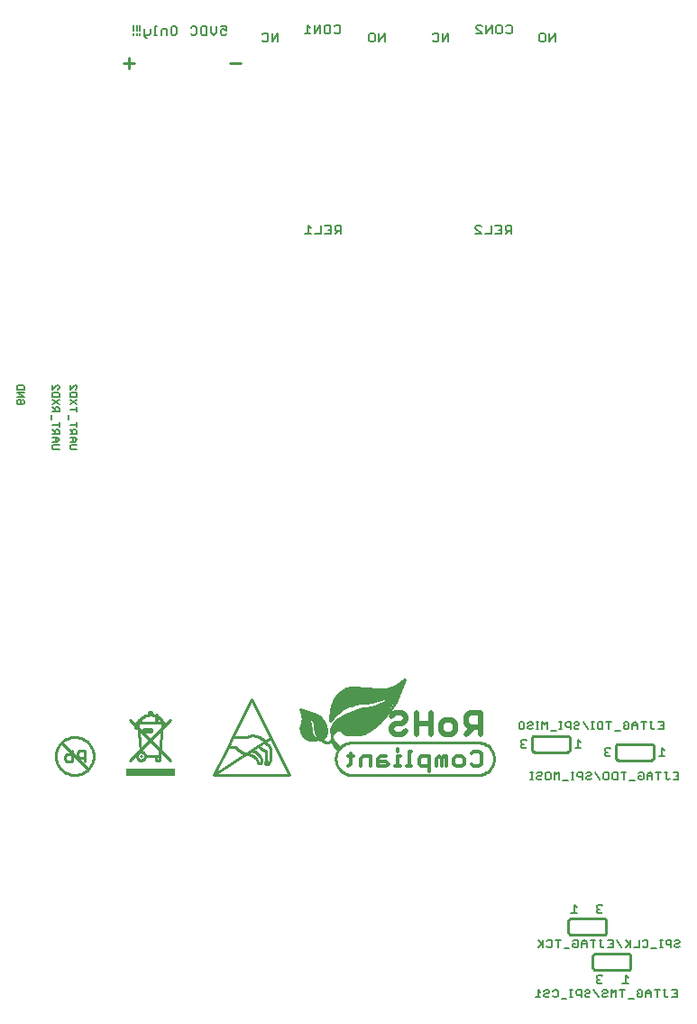
<source format=gbr>
G75*
G70*
%OFA0B0*%
%FSLAX24Y24*%
%IPPOS*%
%LPD*%
%AMOC8*
5,1,8,0,0,1.08239X$1,22.5*
%
%ADD10C,0.0080*%
%ADD11C,0.0050*%
%ADD12C,0.0110*%
%ADD13C,0.0100*%
%ADD14R,0.1800X0.0300*%
%ADD15C,0.0200*%
%ADD16C,0.0140*%
%ADD17C,0.0070*%
D10*
X023149Y015300D02*
X023202Y015247D01*
X023309Y015247D01*
X023362Y015300D01*
X023256Y015407D02*
X023202Y015407D01*
X023149Y015354D01*
X023149Y015300D01*
X023202Y015407D02*
X023149Y015460D01*
X023149Y015514D01*
X023202Y015567D01*
X023309Y015567D01*
X023362Y015514D01*
X025149Y015247D02*
X025362Y015247D01*
X025256Y015247D02*
X025256Y015567D01*
X025362Y015460D01*
X026249Y015214D02*
X026249Y015160D01*
X026302Y015107D01*
X026249Y015054D01*
X026249Y015000D01*
X026302Y014947D01*
X026409Y014947D01*
X026462Y015000D01*
X026356Y015107D02*
X026302Y015107D01*
X026249Y015214D02*
X026302Y015267D01*
X026409Y015267D01*
X026462Y015214D01*
X028249Y014947D02*
X028462Y014947D01*
X028356Y014947D02*
X028356Y015267D01*
X028462Y015160D01*
X026109Y009467D02*
X026002Y009467D01*
X025949Y009414D01*
X025949Y009360D01*
X026002Y009307D01*
X025949Y009254D01*
X025949Y009200D01*
X026002Y009147D01*
X026109Y009147D01*
X026162Y009200D01*
X026056Y009307D02*
X026002Y009307D01*
X026162Y009414D02*
X026109Y009467D01*
X025212Y009360D02*
X025106Y009467D01*
X025106Y009147D01*
X025212Y009147D02*
X024999Y009147D01*
X026002Y006867D02*
X025949Y006814D01*
X025949Y006760D01*
X026002Y006707D01*
X025949Y006654D01*
X025949Y006600D01*
X026002Y006547D01*
X026109Y006547D01*
X026162Y006600D01*
X026056Y006707D02*
X026002Y006707D01*
X026002Y006867D02*
X026109Y006867D01*
X026162Y006814D01*
X026899Y006547D02*
X027112Y006547D01*
X027006Y006547D02*
X027006Y006867D01*
X027112Y006760D01*
X022786Y034247D02*
X022786Y034567D01*
X022626Y034567D01*
X022572Y034514D01*
X022572Y034407D01*
X022626Y034354D01*
X022786Y034354D01*
X022679Y034354D02*
X022572Y034247D01*
X022417Y034247D02*
X022204Y034247D01*
X022049Y034247D02*
X021836Y034247D01*
X021681Y034247D02*
X021467Y034460D01*
X021467Y034514D01*
X021521Y034567D01*
X021627Y034567D01*
X021681Y034514D01*
X021681Y034247D02*
X021467Y034247D01*
X022049Y034247D02*
X022049Y034567D01*
X022204Y034567D02*
X022417Y034567D01*
X022417Y034247D01*
X022417Y034407D02*
X022311Y034407D01*
X023884Y041347D02*
X023831Y041400D01*
X023831Y041614D01*
X023884Y041667D01*
X023991Y041667D01*
X024044Y041614D01*
X024044Y041400D01*
X023991Y041347D01*
X023884Y041347D01*
X024199Y041347D02*
X024199Y041667D01*
X024412Y041667D02*
X024199Y041347D01*
X024412Y041347D02*
X024412Y041667D01*
X022812Y041700D02*
X022759Y041647D01*
X022652Y041647D01*
X022599Y041700D01*
X022444Y041700D02*
X022391Y041647D01*
X022284Y041647D01*
X022231Y041700D01*
X022231Y041914D01*
X022284Y041967D01*
X022391Y041967D01*
X022444Y041914D01*
X022444Y041700D01*
X022599Y041914D02*
X022652Y041967D01*
X022759Y041967D01*
X022812Y041914D01*
X022812Y041700D01*
X022076Y041647D02*
X022076Y041967D01*
X021862Y041647D01*
X021862Y041967D01*
X021708Y041914D02*
X021654Y041967D01*
X021547Y041967D01*
X021494Y041914D01*
X021494Y041860D01*
X021708Y041647D01*
X021494Y041647D01*
X020462Y041667D02*
X020462Y041347D01*
X020249Y041347D02*
X020249Y041667D01*
X020094Y041614D02*
X020094Y041400D01*
X020041Y041347D01*
X019934Y041347D01*
X019881Y041400D01*
X019881Y041614D02*
X019934Y041667D01*
X020041Y041667D01*
X020094Y041614D01*
X020249Y041347D02*
X020462Y041667D01*
X018112Y041667D02*
X018112Y041347D01*
X017899Y041347D02*
X017899Y041667D01*
X017744Y041614D02*
X017744Y041400D01*
X017691Y041347D01*
X017584Y041347D01*
X017531Y041400D01*
X017531Y041614D01*
X017584Y041667D01*
X017691Y041667D01*
X017744Y041614D01*
X017899Y041347D02*
X018112Y041667D01*
X016462Y041700D02*
X016409Y041647D01*
X016302Y041647D01*
X016249Y041700D01*
X016094Y041700D02*
X016041Y041647D01*
X015934Y041647D01*
X015881Y041700D01*
X015881Y041914D01*
X015934Y041967D01*
X016041Y041967D01*
X016094Y041914D01*
X016094Y041700D01*
X016249Y041914D02*
X016302Y041967D01*
X016409Y041967D01*
X016462Y041914D01*
X016462Y041700D01*
X015726Y041647D02*
X015726Y041967D01*
X015512Y041647D01*
X015512Y041967D01*
X015358Y041860D02*
X015251Y041967D01*
X015251Y041647D01*
X015358Y041647D02*
X015144Y041647D01*
X014162Y041667D02*
X013949Y041347D01*
X013949Y041667D01*
X013794Y041614D02*
X013794Y041400D01*
X013741Y041347D01*
X013634Y041347D01*
X013581Y041400D01*
X013581Y041614D02*
X013634Y041667D01*
X013741Y041667D01*
X013794Y041614D01*
X014162Y041667D02*
X014162Y041347D01*
X012262Y041650D02*
X012209Y041597D01*
X012102Y041597D01*
X012049Y041650D01*
X012049Y041757D01*
X012102Y041810D01*
X012156Y041810D01*
X012262Y041757D01*
X012262Y041917D01*
X012049Y041917D01*
X011894Y041917D02*
X011894Y041704D01*
X011787Y041597D01*
X011681Y041704D01*
X011681Y041917D01*
X011526Y041917D02*
X011366Y041917D01*
X011312Y041864D01*
X011312Y041650D01*
X011366Y041597D01*
X011526Y041597D01*
X011526Y041917D01*
X011158Y041864D02*
X011158Y041650D01*
X011104Y041597D01*
X010997Y041597D01*
X010944Y041650D01*
X010944Y041864D02*
X010997Y041917D01*
X011104Y041917D01*
X011158Y041864D01*
X010421Y041864D02*
X010421Y041650D01*
X010368Y041597D01*
X010261Y041597D01*
X010207Y041650D01*
X010207Y041864D01*
X010261Y041917D01*
X010368Y041917D01*
X010421Y041864D01*
X010053Y041810D02*
X009892Y041810D01*
X009839Y041757D01*
X009839Y041597D01*
X009684Y041597D02*
X009578Y041597D01*
X009631Y041597D02*
X009631Y041917D01*
X009684Y041917D01*
X009439Y041810D02*
X009439Y041650D01*
X009385Y041597D01*
X009225Y041597D01*
X009225Y041544D02*
X009225Y041810D01*
X009070Y041757D02*
X009070Y041970D01*
X008948Y041970D02*
X008948Y041757D01*
X008948Y041650D02*
X008948Y041597D01*
X009070Y041597D02*
X009070Y041650D01*
X009225Y041544D02*
X009279Y041490D01*
X009332Y041490D01*
X008825Y041597D02*
X008825Y041650D01*
X008825Y041757D02*
X008825Y041970D01*
X010053Y041810D02*
X010053Y041597D01*
X015274Y034567D02*
X015274Y034247D01*
X015381Y034247D02*
X015167Y034247D01*
X015381Y034460D02*
X015274Y034567D01*
X015536Y034247D02*
X015749Y034247D01*
X015749Y034567D01*
X015904Y034567D02*
X016117Y034567D01*
X016117Y034247D01*
X015904Y034247D01*
X016011Y034407D02*
X016117Y034407D01*
X016272Y034407D02*
X016326Y034354D01*
X016486Y034354D01*
X016379Y034354D02*
X016272Y034247D01*
X016272Y034407D02*
X016272Y034514D01*
X016326Y034567D01*
X016486Y034567D01*
X016486Y034247D01*
D11*
X006728Y028631D02*
X006728Y028547D01*
X006686Y028506D01*
X006686Y028396D02*
X006728Y028354D01*
X006728Y028229D01*
X006477Y028229D01*
X006477Y028354D01*
X006519Y028396D01*
X006686Y028396D01*
X006477Y028506D02*
X006644Y028672D01*
X006686Y028672D01*
X006728Y028631D01*
X006477Y028672D02*
X006477Y028506D01*
X006477Y028120D02*
X006728Y027953D01*
X006728Y027844D02*
X006728Y027677D01*
X006728Y027760D02*
X006477Y027760D01*
X006477Y027953D02*
X006728Y028120D01*
X006436Y027567D02*
X006436Y027401D01*
X006477Y027208D02*
X006728Y027208D01*
X006728Y027291D02*
X006728Y027124D01*
X006686Y027015D02*
X006603Y027015D01*
X006561Y026973D01*
X006561Y026848D01*
X006477Y026848D02*
X006728Y026848D01*
X006728Y026973D01*
X006686Y027015D01*
X006561Y026932D02*
X006477Y027015D01*
X006477Y026739D02*
X006644Y026739D01*
X006728Y026655D01*
X006644Y026572D01*
X006477Y026572D01*
X006519Y026463D02*
X006728Y026463D01*
X006603Y026572D02*
X006603Y026739D01*
X006519Y026463D02*
X006477Y026421D01*
X006477Y026337D01*
X006519Y026296D01*
X006728Y026296D01*
X006078Y026296D02*
X005869Y026296D01*
X005827Y026337D01*
X005827Y026421D01*
X005869Y026463D01*
X006078Y026463D01*
X005994Y026572D02*
X006078Y026655D01*
X005994Y026739D01*
X005827Y026739D01*
X005827Y026848D02*
X006078Y026848D01*
X006078Y026973D01*
X006036Y027015D01*
X005953Y027015D01*
X005911Y026973D01*
X005911Y026848D01*
X005911Y026932D02*
X005827Y027015D01*
X005827Y027208D02*
X006078Y027208D01*
X006078Y027291D02*
X006078Y027124D01*
X005786Y027401D02*
X005786Y027567D01*
X005827Y027677D02*
X006078Y027677D01*
X006078Y027802D01*
X006036Y027844D01*
X005953Y027844D01*
X005911Y027802D01*
X005911Y027677D01*
X005911Y027760D02*
X005827Y027844D01*
X005827Y027953D02*
X006078Y028120D01*
X006078Y028229D02*
X006078Y028354D01*
X006036Y028396D01*
X005869Y028396D01*
X005827Y028354D01*
X005827Y028229D01*
X006078Y028229D01*
X005827Y028120D02*
X006078Y027953D01*
X006036Y028506D02*
X006078Y028547D01*
X006078Y028631D01*
X006036Y028672D01*
X005994Y028672D01*
X005827Y028506D01*
X005827Y028672D01*
X004778Y028631D02*
X004778Y028506D01*
X004527Y028506D01*
X004527Y028631D01*
X004569Y028672D01*
X004736Y028672D01*
X004778Y028631D01*
X004778Y028396D02*
X004527Y028396D01*
X004778Y028229D01*
X004527Y028229D01*
X004569Y028120D02*
X004653Y028120D01*
X004653Y028037D01*
X004736Y028120D02*
X004778Y028078D01*
X004778Y027995D01*
X004736Y027953D01*
X004569Y027953D01*
X004527Y027995D01*
X004527Y028078D01*
X004569Y028120D01*
X005953Y026739D02*
X005953Y026572D01*
X005994Y026572D02*
X005827Y026572D01*
D12*
X008651Y040360D02*
X008651Y040754D01*
X008847Y040557D02*
X008454Y040557D01*
X012404Y040557D02*
X012797Y040557D01*
D13*
X006294Y014819D02*
X006361Y014753D01*
X006561Y014753D01*
X006561Y015153D01*
X006561Y015019D02*
X006361Y015019D01*
X006294Y014953D01*
X006294Y014819D01*
X005952Y014957D02*
X005955Y015021D01*
X005964Y015084D01*
X005978Y015146D01*
X005998Y015206D01*
X006023Y015265D01*
X006054Y015321D01*
X006089Y015374D01*
X006130Y015423D01*
X006174Y015469D01*
X006223Y015510D01*
X006275Y015547D01*
X006330Y015579D01*
X006388Y015605D01*
X006448Y015627D01*
X006510Y015642D01*
X006572Y015652D01*
X006636Y015657D01*
X006700Y015655D01*
X006763Y015648D01*
X006825Y015635D01*
X006886Y015617D01*
X006945Y015593D01*
X007002Y015563D01*
X007056Y015529D01*
X007106Y015490D01*
X007153Y015446D01*
X007195Y015399D01*
X007233Y015348D01*
X007266Y015293D01*
X007294Y015236D01*
X007317Y015176D01*
X007334Y015115D01*
X007345Y015052D01*
X007351Y014989D01*
X007351Y014925D01*
X007345Y014862D01*
X007334Y014799D01*
X007317Y014738D01*
X007294Y014678D01*
X007266Y014621D01*
X007233Y014566D01*
X007195Y014515D01*
X007153Y014468D01*
X007106Y014424D01*
X007056Y014385D01*
X007002Y014351D01*
X006945Y014321D01*
X006886Y014297D01*
X006825Y014279D01*
X006763Y014266D01*
X006700Y014259D01*
X006636Y014257D01*
X006572Y014262D01*
X006510Y014272D01*
X006448Y014287D01*
X006388Y014309D01*
X006330Y014335D01*
X006275Y014367D01*
X006223Y014404D01*
X006174Y014445D01*
X006130Y014491D01*
X006089Y014540D01*
X006054Y014593D01*
X006023Y014649D01*
X005998Y014708D01*
X005978Y014768D01*
X005964Y014830D01*
X005955Y014893D01*
X005952Y014957D01*
X006154Y015455D02*
X007150Y014459D01*
X007022Y014753D02*
X007022Y015153D01*
X006822Y015153D01*
X006755Y015086D01*
X006755Y014953D01*
X006822Y014886D01*
X007022Y014886D01*
X008702Y014807D02*
X010202Y016307D01*
X009952Y016207D02*
X009902Y016207D01*
X009702Y016207D01*
X009702Y016507D01*
X009652Y016507D01*
X009652Y016207D01*
X009002Y016207D01*
X009072Y015117D01*
X008944Y014957D02*
X008946Y014982D01*
X008952Y015007D01*
X008962Y015030D01*
X008976Y015052D01*
X008993Y015071D01*
X009012Y015087D01*
X009034Y015100D01*
X009058Y015109D01*
X009083Y015114D01*
X009108Y015115D01*
X009134Y015112D01*
X009158Y015105D01*
X009181Y015094D01*
X009202Y015079D01*
X009220Y015062D01*
X009236Y015041D01*
X009247Y015019D01*
X009255Y014995D01*
X009259Y014970D01*
X009259Y014944D01*
X009255Y014919D01*
X009247Y014895D01*
X009236Y014873D01*
X009220Y014852D01*
X009202Y014835D01*
X009181Y014820D01*
X009158Y014809D01*
X009134Y014802D01*
X009108Y014799D01*
X009083Y014800D01*
X009058Y014805D01*
X009034Y014814D01*
X009012Y014827D01*
X008993Y014843D01*
X008976Y014862D01*
X008962Y014884D01*
X008952Y014907D01*
X008946Y014932D01*
X008944Y014957D01*
X009092Y014957D02*
X009094Y014963D01*
X009099Y014967D01*
X009105Y014967D01*
X009110Y014963D01*
X009112Y014957D01*
X009110Y014951D01*
X009105Y014947D01*
X009099Y014947D01*
X009094Y014951D01*
X009092Y014957D01*
X009262Y014957D02*
X009652Y014957D01*
X009652Y014807D01*
X009802Y014807D01*
X009802Y014957D01*
X009902Y016207D01*
X009702Y016207D02*
X009652Y016207D01*
X009502Y015957D02*
X009202Y015957D01*
X009202Y015857D01*
X009502Y015857D01*
X009502Y015957D01*
X009902Y016207D02*
X009880Y016246D01*
X009855Y016283D01*
X009827Y016317D01*
X009796Y016349D01*
X009762Y016378D01*
X009726Y016404D01*
X009687Y016426D01*
X009647Y016446D01*
X009605Y016461D01*
X009562Y016473D01*
X009519Y016481D01*
X009474Y016485D01*
X009430Y016485D01*
X009385Y016481D01*
X009342Y016473D01*
X009299Y016461D01*
X009257Y016446D01*
X009217Y016426D01*
X009178Y016404D01*
X009142Y016378D01*
X009108Y016349D01*
X009077Y016317D01*
X009049Y016283D01*
X009024Y016246D01*
X009002Y016207D01*
X008952Y016207D01*
X008902Y016157D01*
X008902Y016007D01*
X009002Y016007D01*
X010202Y014807D01*
X009802Y014957D02*
X009652Y014957D01*
X009002Y016007D02*
X008702Y016307D01*
X009002Y016257D02*
X009004Y016271D01*
X009010Y016284D01*
X009019Y016295D01*
X009031Y016302D01*
X009045Y016306D01*
X009059Y016306D01*
X009073Y016302D01*
X009085Y016295D01*
X009094Y016284D01*
X009100Y016271D01*
X009102Y016257D01*
X009100Y016243D01*
X009094Y016230D01*
X009085Y016219D01*
X009073Y016212D01*
X009059Y016208D01*
X009045Y016208D01*
X009031Y016212D01*
X009019Y016219D01*
X009010Y016230D01*
X009004Y016243D01*
X009002Y016257D01*
X009402Y016507D02*
X009402Y016607D01*
X009502Y016607D01*
X009502Y016507D01*
X009402Y016507D01*
X012327Y015307D02*
X011802Y014257D01*
X013902Y015632D01*
X013678Y015482D02*
X013698Y015452D01*
X013720Y015425D01*
X013746Y015399D01*
X013773Y015377D01*
X013803Y015357D01*
X013821Y015346D01*
X013838Y015331D01*
X013852Y015314D01*
X013863Y015295D01*
X013871Y015275D01*
X013876Y015254D01*
X013878Y015232D01*
X013877Y015232D02*
X013877Y014807D01*
X013752Y014757D02*
X013727Y014757D01*
X013727Y015157D01*
X013877Y014807D02*
X013875Y014784D01*
X013870Y014761D01*
X013861Y014739D01*
X013848Y014719D01*
X013833Y014701D01*
X013815Y014686D01*
X013795Y014673D01*
X013773Y014664D01*
X013750Y014659D01*
X013727Y014657D01*
X013717Y014659D01*
X013709Y014664D01*
X013704Y014672D01*
X013702Y014682D01*
X013702Y014732D01*
X013704Y014742D01*
X013709Y014750D01*
X013717Y014755D01*
X013727Y014757D01*
X013752Y014757D02*
X013765Y014755D01*
X013777Y014750D01*
X013787Y014742D01*
X013795Y014732D01*
X013800Y014720D01*
X013802Y014707D01*
X013502Y014682D02*
X013442Y014682D01*
X013502Y014682D02*
X013519Y014690D01*
X013533Y014701D01*
X013544Y014715D01*
X013552Y014732D01*
X013552Y014731D02*
X013560Y014751D01*
X013565Y014772D01*
X013567Y014794D01*
X013565Y014816D01*
X013560Y014837D01*
X013552Y014857D01*
X013677Y015482D02*
X013650Y015517D01*
X013621Y015550D01*
X013589Y015580D01*
X013555Y015608D01*
X013519Y015633D01*
X013480Y015655D01*
X013440Y015673D01*
X013399Y015689D01*
X013356Y015700D01*
X013313Y015708D01*
X013269Y015713D01*
X013225Y015714D01*
X013181Y015711D01*
X013137Y015705D01*
X013094Y015695D01*
X013052Y015681D01*
X012967Y015657D02*
X012502Y015657D01*
X013202Y017057D01*
X014602Y014257D01*
X011802Y014257D01*
X012452Y015307D02*
X012480Y015308D01*
X012507Y015306D01*
X012534Y015301D01*
X012561Y015293D01*
X012586Y015282D01*
X012610Y015268D01*
X012632Y015251D01*
X012652Y015232D01*
X012452Y015307D02*
X012327Y015307D01*
X012502Y015657D01*
X012968Y015657D02*
X012986Y015656D01*
X013004Y015658D01*
X013021Y015664D01*
X013038Y015671D01*
X013053Y015682D01*
X012653Y015232D02*
X012681Y015201D01*
X012712Y015173D01*
X012745Y015147D01*
X012780Y015124D01*
X012817Y015104D01*
X012856Y015087D01*
X012895Y015074D01*
X012936Y015064D01*
X012978Y015057D01*
X013202Y014982D02*
X013236Y014968D01*
X013268Y014951D01*
X013297Y014930D01*
X013325Y014906D01*
X013349Y014880D01*
X013371Y014851D01*
X013389Y014820D01*
X013404Y014787D01*
X013416Y014753D01*
X013424Y014718D01*
X013427Y014682D01*
X013553Y014857D02*
X013532Y014897D01*
X013508Y014936D01*
X013481Y014972D01*
X013451Y015006D01*
X013418Y015037D01*
X013382Y015065D01*
X013345Y015090D01*
X013305Y015112D01*
X013264Y015131D01*
X013221Y015146D01*
X013177Y015157D01*
X013453Y015332D02*
X013475Y015302D01*
X013500Y015274D01*
X013527Y015249D01*
X013556Y015226D01*
X013588Y015206D01*
X013621Y015189D01*
X013655Y015175D01*
X013691Y015165D01*
X013728Y015157D01*
X015371Y016010D02*
X015367Y016062D01*
X015359Y016114D01*
X015347Y016165D01*
X015332Y016215D01*
X015312Y016264D01*
X015289Y016311D01*
X015262Y016356D01*
X015232Y016399D01*
X015202Y016457D02*
X015202Y016257D01*
X015152Y016257D02*
X015152Y016457D01*
X015202Y016457D01*
X015552Y016457D01*
X015568Y016486D02*
X015402Y016557D01*
X015002Y016707D01*
X015055Y016495D01*
X015102Y016507D02*
X015402Y016507D01*
X015402Y016407D02*
X015602Y016407D01*
X015702Y016357D02*
X015452Y016357D01*
X015452Y016307D02*
X015752Y016307D01*
X015802Y016257D02*
X015502Y016257D01*
X015502Y016207D02*
X015852Y016207D01*
X015873Y016195D02*
X015852Y016232D01*
X015852Y016157D02*
X015552Y016157D01*
X015552Y016107D02*
X015852Y016107D01*
X015902Y016057D02*
X015552Y016057D01*
X015532Y016031D02*
X015532Y016027D01*
X015552Y016007D02*
X015902Y016007D01*
X015902Y015957D02*
X015852Y015957D01*
X015852Y015907D01*
X015602Y015907D01*
X015602Y015857D02*
X015902Y015857D01*
X015902Y015957D01*
X015580Y015560D02*
X015547Y015586D01*
X015516Y015614D01*
X015488Y015645D01*
X015462Y015679D01*
X015440Y015715D01*
X015420Y015752D01*
X015404Y015791D01*
X015392Y015831D01*
X015383Y015872D01*
X015382Y015873D02*
X015372Y016026D01*
X015352Y016007D02*
X015052Y016007D01*
X015052Y016057D02*
X015352Y016057D01*
X015352Y016107D02*
X015052Y016107D01*
X015102Y016157D02*
X015352Y016157D01*
X015302Y016207D02*
X015102Y016207D01*
X015102Y016257D02*
X015302Y016257D01*
X015152Y016457D02*
X015102Y016457D01*
X015052Y016557D02*
X015302Y016557D01*
X015252Y016607D02*
X015052Y016607D01*
X015333Y016437D02*
X015366Y016405D01*
X015397Y016370D01*
X015426Y016333D01*
X015451Y016294D01*
X015473Y016253D01*
X015492Y016211D01*
X015507Y016167D01*
X015519Y016122D01*
X015528Y016077D01*
X015533Y016030D01*
X015552Y015957D02*
X015752Y015607D01*
X015694Y015595D02*
X015683Y015606D01*
X015652Y015707D02*
X015852Y015707D01*
X015852Y015657D01*
X015852Y015707D02*
X015852Y015757D01*
X015602Y015757D01*
X015602Y015807D02*
X015902Y015807D01*
X015902Y015848D02*
X015902Y015857D01*
X015852Y015907D02*
X015852Y015757D01*
X015802Y015557D02*
X015776Y015559D01*
X015750Y015565D01*
X015725Y015575D01*
X015703Y015589D01*
X015683Y015606D01*
X015582Y015557D02*
X015442Y015557D01*
X015502Y015607D02*
X015302Y015607D01*
X015202Y015657D02*
X015452Y015657D01*
X015402Y015707D02*
X015152Y015707D01*
X015126Y015683D02*
X015135Y015674D01*
X015102Y015757D02*
X015402Y015757D01*
X015382Y015807D02*
X015052Y015807D01*
X015052Y015857D02*
X015352Y015857D01*
X015952Y015898D02*
X015950Y015942D01*
X015945Y015987D01*
X015937Y016030D01*
X015926Y016073D01*
X015911Y016115D01*
X015894Y016156D01*
X015873Y016196D01*
X016102Y016257D02*
X016104Y016258D01*
X016103Y016257D02*
X016103Y016407D01*
X016266Y016200D02*
X016199Y016126D01*
X015532Y016027D02*
X015533Y015980D01*
X015537Y015932D01*
X015544Y015886D01*
X015555Y015840D01*
X015570Y015795D01*
X015588Y015751D01*
X015610Y015709D01*
X015635Y015669D01*
X015663Y015631D01*
X015694Y015595D01*
X015797Y015557D02*
X015802Y015557D01*
X015919Y015723D01*
X015970Y015457D02*
X015996Y015459D01*
X016022Y015464D01*
X016047Y015472D01*
X016070Y015484D01*
X016092Y015498D01*
X016111Y015516D01*
X016111Y015515D02*
X016152Y015557D01*
X016202Y015507D02*
X016402Y015207D01*
X016402Y015257D02*
X016329Y015330D01*
X016259Y015451D02*
X016452Y015257D01*
X016259Y015451D02*
X016235Y015477D01*
X016214Y015506D01*
X016196Y015536D01*
X016181Y015568D01*
X016169Y015602D01*
X016160Y015636D01*
X016155Y015672D01*
X016153Y015707D01*
X016152Y015707D02*
X016152Y015690D01*
X016152Y015757D02*
X016143Y015775D01*
X016152Y015757D02*
X016261Y015865D01*
X016152Y015757D02*
X016138Y015790D01*
X016127Y015824D01*
X016120Y015859D01*
X016117Y015895D01*
X016118Y015931D01*
X016122Y015967D01*
X016131Y016001D01*
X016142Y016035D01*
X016158Y016068D01*
X016177Y016098D01*
X016199Y016126D01*
X015852Y015957D02*
X015802Y015957D01*
X015652Y015957D01*
X015652Y015757D01*
X015802Y015607D02*
X015825Y015632D01*
X015845Y015659D01*
X015862Y015687D01*
X015876Y015718D01*
X015887Y015749D01*
X015895Y015781D01*
X015900Y015815D01*
X015902Y015848D01*
X015802Y015957D02*
X015802Y015707D01*
X015802Y015557D02*
X015855Y015504D01*
X015871Y015490D01*
X015889Y015479D01*
X015908Y015469D01*
X015928Y015463D01*
X015949Y015458D01*
X015970Y015457D01*
X016261Y015865D02*
X016280Y015883D01*
X016302Y015897D01*
X016325Y015909D01*
X016350Y015917D01*
X016376Y015922D01*
X016402Y015924D01*
X016428Y015922D01*
X016454Y015917D01*
X016479Y015909D01*
X016502Y015897D01*
X016524Y015883D01*
X016543Y015865D01*
X016544Y015865D02*
X016565Y015845D01*
X016152Y015757D02*
X016154Y015710D01*
X016159Y015663D01*
X016169Y015616D01*
X016182Y015570D01*
X016198Y015526D01*
X016218Y015483D01*
X016241Y015441D01*
X016267Y015402D01*
X016297Y015365D01*
X016329Y015330D01*
X016777Y015757D02*
X016980Y015757D01*
X016152Y015690D02*
X016154Y015641D01*
X016159Y015593D01*
X016168Y015545D01*
X016180Y015498D01*
X016195Y015451D01*
X016214Y015406D01*
X016236Y015363D01*
X016260Y015321D01*
X016288Y015281D01*
X016319Y015243D01*
X016352Y015207D01*
X016902Y015457D02*
X021552Y015457D01*
X022152Y014857D02*
X022150Y014810D01*
X022145Y014763D01*
X022135Y014717D01*
X022123Y014672D01*
X022106Y014627D01*
X022087Y014585D01*
X022064Y014544D01*
X022037Y014504D01*
X022008Y014467D01*
X021976Y014433D01*
X021942Y014401D01*
X021905Y014372D01*
X021865Y014345D01*
X021824Y014322D01*
X021782Y014303D01*
X021737Y014286D01*
X021692Y014274D01*
X021646Y014264D01*
X021599Y014259D01*
X021552Y014257D01*
X016902Y014257D01*
X016855Y014259D01*
X016808Y014264D01*
X016762Y014274D01*
X016717Y014286D01*
X016672Y014303D01*
X016630Y014322D01*
X016589Y014345D01*
X016549Y014372D01*
X016512Y014401D01*
X016478Y014433D01*
X016446Y014467D01*
X016417Y014504D01*
X016390Y014544D01*
X016367Y014585D01*
X016348Y014627D01*
X016331Y014672D01*
X016319Y014717D01*
X016309Y014763D01*
X016304Y014810D01*
X016302Y014857D01*
X016304Y014904D01*
X016309Y014951D01*
X016319Y014997D01*
X016331Y015042D01*
X016348Y015087D01*
X016367Y015129D01*
X016390Y015170D01*
X016417Y015210D01*
X016446Y015247D01*
X016478Y015281D01*
X016512Y015313D01*
X016549Y015342D01*
X016589Y015369D01*
X016630Y015392D01*
X016672Y015411D01*
X016717Y015428D01*
X016762Y015440D01*
X016808Y015450D01*
X016855Y015455D01*
X016902Y015457D01*
X016523Y016681D02*
X016590Y016720D01*
X016658Y016755D01*
X016728Y016786D01*
X016800Y016815D01*
X016873Y016840D01*
X016947Y016861D01*
X017022Y016879D01*
X017022Y016880D02*
X017226Y016909D01*
X017272Y016700D02*
X017394Y016724D01*
X016126Y016675D02*
X016114Y016609D01*
X016107Y016542D01*
X016103Y016475D01*
X016102Y016407D01*
X016126Y016675D02*
X016184Y016910D01*
X016520Y016680D02*
X016523Y016682D01*
X016184Y016910D02*
X016206Y016965D01*
X016231Y017019D01*
X016259Y017070D01*
X016291Y017120D01*
X016326Y017168D01*
X016365Y017213D01*
X016406Y017255D01*
X016450Y017295D01*
X016496Y017332D01*
X016545Y017365D01*
X016596Y017396D01*
X016648Y017423D01*
X016703Y017446D01*
X016759Y017465D01*
X016816Y017481D01*
X016873Y017494D01*
X016932Y017502D01*
X016991Y017506D01*
X016991Y017507D02*
X017837Y017430D01*
X017756Y016995D02*
X018302Y017157D01*
X018192Y017020D01*
X018511Y016975D02*
X018852Y017807D01*
X018513Y017564D01*
X018702Y017607D02*
X018302Y017357D01*
X018512Y017563D02*
X018462Y017532D01*
X018410Y017504D01*
X018357Y017480D01*
X018301Y017459D01*
X018245Y017442D01*
X018188Y017429D01*
X018130Y017420D01*
X018071Y017414D01*
X018012Y017412D01*
X017953Y017414D01*
X017895Y017420D01*
X017836Y017429D01*
X017716Y016021D02*
X017669Y015981D01*
X017620Y015944D01*
X017569Y015910D01*
X017515Y015879D01*
X017460Y015851D01*
X017403Y015827D01*
X017345Y015806D01*
X017286Y015789D01*
X017226Y015775D01*
X017165Y015765D01*
X017103Y015759D01*
X017042Y015756D01*
X016980Y015757D01*
X016777Y015757D02*
X016743Y015759D01*
X016710Y015765D01*
X016678Y015774D01*
X016647Y015787D01*
X016617Y015803D01*
X016590Y015822D01*
X016565Y015845D01*
X015652Y015957D02*
X015552Y015957D01*
X015953Y015897D02*
X015952Y015861D01*
X015948Y015826D01*
X015941Y015790D01*
X015931Y015756D01*
X015919Y015722D01*
X015442Y015557D02*
X015416Y015558D01*
X015389Y015561D01*
X015363Y015567D01*
X015352Y015907D02*
X015052Y015907D01*
X015052Y015957D02*
X015352Y015957D01*
X015852Y016233D02*
X015826Y016274D01*
X015797Y016313D01*
X015765Y016349D01*
X015730Y016383D01*
X015693Y016414D01*
X015653Y016441D01*
X015611Y016466D01*
X015567Y016486D01*
X015135Y015674D02*
X015168Y015647D01*
X015204Y015624D01*
X015242Y015604D01*
X015281Y015588D01*
X015322Y015575D01*
X015364Y015566D01*
X015002Y015982D02*
X015004Y016019D01*
X015009Y016056D01*
X015018Y016092D01*
X015030Y016127D01*
X015002Y015982D02*
X015004Y015945D01*
X015008Y015909D01*
X015016Y015873D01*
X015027Y015838D01*
X015042Y015804D01*
X015059Y015771D01*
X015078Y015740D01*
X015101Y015711D01*
X015126Y015684D01*
X015030Y016127D02*
X015046Y016171D01*
X015058Y016217D01*
X015067Y016263D01*
X015072Y016309D01*
X015073Y016356D01*
X015071Y016403D01*
X015065Y016450D01*
X015055Y016495D01*
X017730Y016035D02*
X017821Y016117D01*
X017910Y016202D01*
X017996Y016290D01*
X018078Y016380D01*
X018158Y016473D01*
X018235Y016569D01*
X018309Y016667D01*
X018380Y016767D01*
X018447Y016870D01*
X018511Y016975D01*
X017730Y016035D02*
X017716Y016020D01*
X016520Y016680D02*
X016452Y016629D01*
X016387Y016574D01*
X016325Y016516D01*
X016265Y016455D01*
X016209Y016392D01*
X016155Y016326D01*
X016104Y016258D01*
X016265Y016200D02*
X016332Y016257D01*
X016401Y016311D01*
X016472Y016362D01*
X016545Y016410D01*
X016620Y016455D01*
X016697Y016497D01*
X016775Y016536D01*
X016855Y016571D01*
X016936Y016604D01*
X017018Y016633D01*
X017102Y016659D01*
X017186Y016682D01*
X017272Y016701D01*
X017394Y016724D02*
X017479Y016737D01*
X017563Y016754D01*
X017647Y016774D01*
X017729Y016798D01*
X017810Y016826D01*
X017890Y016858D01*
X017969Y016893D01*
X018045Y016932D01*
X018120Y016974D01*
X018193Y017020D01*
X017757Y016995D02*
X017670Y016973D01*
X017582Y016955D01*
X017494Y016939D01*
X017405Y016926D01*
X017316Y016916D01*
X017227Y016909D01*
X021552Y015457D02*
X021599Y015455D01*
X021646Y015450D01*
X021692Y015440D01*
X021737Y015428D01*
X021782Y015411D01*
X021824Y015392D01*
X021865Y015369D01*
X021905Y015342D01*
X021942Y015313D01*
X021976Y015281D01*
X022008Y015247D01*
X022037Y015210D01*
X022064Y015170D01*
X022087Y015129D01*
X022106Y015087D01*
X022123Y015042D01*
X022135Y014997D01*
X022145Y014951D01*
X022150Y014904D01*
X022152Y014857D01*
X023552Y015207D02*
X023552Y015607D01*
X023554Y015627D01*
X023560Y015645D01*
X023569Y015663D01*
X023581Y015678D01*
X023596Y015690D01*
X023614Y015699D01*
X023632Y015705D01*
X023652Y015707D01*
X024852Y015707D01*
X024872Y015705D01*
X024890Y015699D01*
X024908Y015690D01*
X024923Y015678D01*
X024935Y015663D01*
X024944Y015645D01*
X024950Y015627D01*
X024952Y015607D01*
X024952Y015207D01*
X024950Y015187D01*
X024944Y015169D01*
X024935Y015151D01*
X024923Y015136D01*
X024908Y015124D01*
X024890Y015115D01*
X024872Y015109D01*
X024852Y015107D01*
X023652Y015107D01*
X023632Y015109D01*
X023614Y015115D01*
X023596Y015124D01*
X023581Y015136D01*
X023569Y015151D01*
X023560Y015169D01*
X023554Y015187D01*
X023552Y015207D01*
X026652Y015307D02*
X026652Y014907D01*
X026654Y014887D01*
X026660Y014869D01*
X026669Y014851D01*
X026681Y014836D01*
X026696Y014824D01*
X026714Y014815D01*
X026732Y014809D01*
X026752Y014807D01*
X027952Y014807D01*
X027972Y014809D01*
X027990Y014815D01*
X028008Y014824D01*
X028023Y014836D01*
X028035Y014851D01*
X028044Y014869D01*
X028050Y014887D01*
X028052Y014907D01*
X028052Y015307D01*
X028050Y015327D01*
X028044Y015345D01*
X028035Y015363D01*
X028023Y015378D01*
X028008Y015390D01*
X027990Y015399D01*
X027972Y015405D01*
X027952Y015407D01*
X026752Y015407D01*
X026732Y015405D01*
X026714Y015399D01*
X026696Y015390D01*
X026681Y015378D01*
X026669Y015363D01*
X026660Y015345D01*
X026654Y015327D01*
X026652Y015307D01*
X026202Y008957D02*
X025002Y008957D01*
X024982Y008955D01*
X024964Y008949D01*
X024946Y008940D01*
X024931Y008928D01*
X024919Y008913D01*
X024910Y008895D01*
X024904Y008877D01*
X024902Y008857D01*
X024902Y008457D01*
X024904Y008437D01*
X024910Y008419D01*
X024919Y008401D01*
X024931Y008386D01*
X024946Y008374D01*
X024964Y008365D01*
X024982Y008359D01*
X025002Y008357D01*
X026202Y008357D01*
X026222Y008359D01*
X026240Y008365D01*
X026258Y008374D01*
X026273Y008386D01*
X026285Y008401D01*
X026294Y008419D01*
X026300Y008437D01*
X026302Y008457D01*
X026302Y008857D01*
X026300Y008877D01*
X026294Y008895D01*
X026285Y008913D01*
X026273Y008928D01*
X026258Y008940D01*
X026240Y008949D01*
X026222Y008955D01*
X026202Y008957D01*
X025902Y007657D02*
X027102Y007657D01*
X027122Y007655D01*
X027140Y007649D01*
X027158Y007640D01*
X027173Y007628D01*
X027185Y007613D01*
X027194Y007595D01*
X027200Y007577D01*
X027202Y007557D01*
X027202Y007157D01*
X027200Y007137D01*
X027194Y007119D01*
X027185Y007101D01*
X027173Y007086D01*
X027158Y007074D01*
X027140Y007065D01*
X027122Y007059D01*
X027102Y007057D01*
X025902Y007057D01*
X025882Y007059D01*
X025864Y007065D01*
X025846Y007074D01*
X025831Y007086D01*
X025819Y007101D01*
X025810Y007119D01*
X025804Y007137D01*
X025802Y007157D01*
X025802Y007557D01*
X025804Y007577D01*
X025810Y007595D01*
X025819Y007613D01*
X025831Y007628D01*
X025846Y007640D01*
X025864Y007649D01*
X025882Y007655D01*
X025902Y007657D01*
X013202Y014982D02*
X013144Y015001D01*
X013086Y015017D01*
X013027Y015032D01*
D14*
X009452Y014357D03*
D15*
X016202Y015907D02*
X016302Y016107D01*
X016502Y016307D01*
X016772Y016467D01*
X017322Y016657D01*
X017562Y016657D01*
X017852Y016757D01*
X018152Y016907D01*
X018252Y016807D02*
X018102Y016607D01*
X018002Y016457D01*
X017652Y016107D01*
X017452Y015957D01*
X017102Y015857D01*
X016752Y015857D01*
X016452Y016057D01*
X016302Y016007D01*
X016202Y015907D01*
X016602Y016057D02*
X016702Y016057D01*
X016852Y016007D01*
X017102Y016007D01*
X017252Y016057D01*
X017452Y016107D01*
X017702Y016307D01*
X017752Y016357D01*
X017702Y016407D01*
X017502Y016407D01*
X017102Y016307D01*
X017002Y016307D01*
X016802Y016207D01*
X016802Y016157D01*
X016852Y016107D01*
X017002Y016157D01*
X017502Y016257D01*
X017252Y016507D02*
X017702Y016557D01*
X017752Y016557D01*
X017802Y016507D01*
X018102Y016757D01*
X018302Y016857D02*
X018302Y017007D01*
X018452Y017357D01*
X018502Y017257D02*
X018452Y017057D01*
X018302Y016857D01*
X018490Y016558D02*
X018356Y016424D01*
X018490Y016558D02*
X018757Y016558D01*
X018890Y016424D01*
X018890Y016291D01*
X018757Y016157D01*
X018490Y016157D01*
X018356Y016024D01*
X018356Y015890D01*
X018490Y015757D01*
X018757Y015757D01*
X018890Y015890D01*
X019277Y015757D02*
X019277Y016558D01*
X019277Y016157D02*
X019811Y016157D01*
X020198Y016157D02*
X020331Y016291D01*
X020598Y016291D01*
X020732Y016157D01*
X020732Y015890D01*
X020598Y015757D01*
X020331Y015757D01*
X020198Y015890D01*
X020198Y016157D01*
X019811Y015757D02*
X019811Y016558D01*
X021119Y016424D02*
X021119Y016157D01*
X021252Y016024D01*
X021652Y016024D01*
X021386Y016024D02*
X021119Y015757D01*
X021119Y016424D02*
X021252Y016558D01*
X021652Y016558D01*
X021652Y015757D01*
X018502Y017187D02*
X016552Y017157D01*
X016552Y017057D01*
X016402Y016857D01*
X016252Y016857D02*
X016202Y016457D01*
X016402Y016707D01*
X016652Y016857D01*
X016552Y017057D01*
X016502Y017007D02*
X017152Y017007D01*
X017202Y017007D01*
X017652Y017057D01*
X018152Y017207D01*
X018352Y017257D01*
X016552Y017257D01*
X016552Y017157D01*
X016552Y017257D02*
X016352Y017057D01*
X016252Y016857D01*
X016702Y016857D02*
X016952Y017007D01*
X017152Y017007D01*
X017452Y017407D02*
X016802Y017407D01*
X016552Y017257D01*
X016852Y016407D02*
X016602Y016207D01*
X016552Y016157D01*
X016602Y016057D01*
X016852Y016407D02*
X017252Y016507D01*
X017452Y017407D02*
X017852Y017357D01*
X018302Y017357D01*
X018502Y017257D02*
X018702Y017607D01*
D16*
X018581Y015231D02*
X018581Y015137D01*
X018581Y014950D02*
X018581Y014577D01*
X018488Y014577D02*
X018675Y014577D01*
X018918Y014577D02*
X019104Y014577D01*
X019011Y014577D02*
X019011Y015137D01*
X019104Y015137D01*
X019375Y014857D02*
X019375Y014670D01*
X019469Y014577D01*
X019749Y014577D01*
X019749Y014390D02*
X019749Y014950D01*
X019469Y014950D01*
X019375Y014857D01*
X020020Y014857D02*
X020020Y014577D01*
X020207Y014577D02*
X020207Y014857D01*
X020113Y014950D01*
X020020Y014857D01*
X020207Y014857D02*
X020300Y014950D01*
X020393Y014950D01*
X020393Y014577D01*
X020664Y014670D02*
X020664Y014857D01*
X020758Y014950D01*
X020945Y014950D01*
X021038Y014857D01*
X021038Y014670D01*
X020945Y014577D01*
X020758Y014577D01*
X020664Y014670D01*
X021309Y014670D02*
X021402Y014577D01*
X021589Y014577D01*
X021682Y014670D01*
X021682Y015044D01*
X021589Y015137D01*
X021402Y015137D01*
X021309Y015044D01*
X018675Y014950D02*
X018581Y014950D01*
X018152Y014950D02*
X017965Y014950D01*
X017871Y014857D01*
X017871Y014577D01*
X018152Y014577D01*
X018245Y014670D01*
X018152Y014764D01*
X017871Y014764D01*
X017600Y014950D02*
X017320Y014950D01*
X017227Y014857D01*
X017227Y014577D01*
X017600Y014577D02*
X017600Y014950D01*
X016956Y014950D02*
X016769Y014950D01*
X016863Y015044D02*
X016863Y014670D01*
X016769Y014577D01*
D17*
X023075Y015989D02*
X023075Y016175D01*
X023121Y016222D01*
X023215Y016222D01*
X023261Y016175D01*
X023261Y015989D01*
X023215Y015942D01*
X023121Y015942D01*
X023075Y015989D01*
X023397Y015989D02*
X023444Y015942D01*
X023537Y015942D01*
X023584Y015989D01*
X023537Y016082D02*
X023444Y016082D01*
X023397Y016035D01*
X023397Y015989D01*
X023537Y016082D02*
X023584Y016129D01*
X023584Y016175D01*
X023537Y016222D01*
X023444Y016222D01*
X023397Y016175D01*
X023705Y016222D02*
X023799Y016222D01*
X023752Y016222D02*
X023752Y015942D01*
X023799Y015942D02*
X023705Y015942D01*
X023934Y015942D02*
X023934Y016222D01*
X024027Y016129D01*
X024121Y016222D01*
X024121Y015942D01*
X024256Y015895D02*
X024443Y015895D01*
X024565Y015942D02*
X024658Y015942D01*
X024611Y015942D02*
X024611Y016222D01*
X024565Y016222D02*
X024658Y016222D01*
X024793Y016175D02*
X024793Y016082D01*
X024840Y016035D01*
X024980Y016035D01*
X024980Y015942D02*
X024980Y016222D01*
X024840Y016222D01*
X024793Y016175D01*
X025116Y016175D02*
X025162Y016222D01*
X025256Y016222D01*
X025302Y016175D01*
X025302Y016129D01*
X025256Y016082D01*
X025162Y016082D01*
X025116Y016035D01*
X025116Y015989D01*
X025162Y015942D01*
X025256Y015942D01*
X025302Y015989D01*
X025438Y016222D02*
X025625Y015942D01*
X025746Y015942D02*
X025839Y015942D01*
X025793Y015942D02*
X025793Y016222D01*
X025839Y016222D02*
X025746Y016222D01*
X025975Y016175D02*
X025975Y015989D01*
X026022Y015942D01*
X026162Y015942D01*
X026162Y016222D01*
X026022Y016222D01*
X025975Y016175D01*
X026297Y016222D02*
X026484Y016222D01*
X026391Y016222D02*
X026391Y015942D01*
X026619Y015895D02*
X026806Y015895D01*
X026942Y015989D02*
X026942Y016082D01*
X027035Y016082D01*
X026942Y016175D02*
X026988Y016222D01*
X027082Y016222D01*
X027128Y016175D01*
X027128Y015989D01*
X027082Y015942D01*
X026988Y015942D01*
X026942Y015989D01*
X027264Y015942D02*
X027264Y016129D01*
X027357Y016222D01*
X027451Y016129D01*
X027451Y015942D01*
X027451Y016082D02*
X027264Y016082D01*
X027586Y016222D02*
X027773Y016222D01*
X027680Y016222D02*
X027680Y015942D01*
X027955Y015989D02*
X027955Y016222D01*
X028002Y016222D02*
X027908Y016222D01*
X027955Y015989D02*
X028002Y015942D01*
X028049Y015942D01*
X028095Y015989D01*
X028231Y015942D02*
X028417Y015942D01*
X028417Y016222D01*
X028231Y016222D01*
X028324Y016082D02*
X028417Y016082D01*
X028458Y014372D02*
X028552Y014372D01*
X028505Y014372D02*
X028505Y014139D01*
X028552Y014092D01*
X028599Y014092D01*
X028645Y014139D01*
X028781Y014092D02*
X028967Y014092D01*
X028967Y014372D01*
X028781Y014372D01*
X028874Y014232D02*
X028967Y014232D01*
X028323Y014372D02*
X028136Y014372D01*
X028230Y014372D02*
X028230Y014092D01*
X028001Y014092D02*
X028001Y014279D01*
X027907Y014372D01*
X027814Y014279D01*
X027814Y014092D01*
X027814Y014232D02*
X028001Y014232D01*
X027678Y014325D02*
X027678Y014139D01*
X027632Y014092D01*
X027538Y014092D01*
X027492Y014139D01*
X027492Y014232D01*
X027585Y014232D01*
X027492Y014325D02*
X027538Y014372D01*
X027632Y014372D01*
X027678Y014325D01*
X027356Y014045D02*
X027169Y014045D01*
X026941Y014092D02*
X026941Y014372D01*
X027034Y014372D02*
X026847Y014372D01*
X026712Y014372D02*
X026712Y014092D01*
X026572Y014092D01*
X026525Y014139D01*
X026525Y014325D01*
X026572Y014372D01*
X026712Y014372D01*
X026389Y014325D02*
X026389Y014139D01*
X026343Y014092D01*
X026249Y014092D01*
X026203Y014139D01*
X026203Y014325D01*
X026249Y014372D01*
X026343Y014372D01*
X026389Y014325D01*
X026067Y014092D02*
X025880Y014372D01*
X025745Y014325D02*
X025745Y014279D01*
X025698Y014232D01*
X025605Y014232D01*
X025558Y014185D01*
X025558Y014139D01*
X025605Y014092D01*
X025698Y014092D01*
X025745Y014139D01*
X025745Y014325D02*
X025698Y014372D01*
X025605Y014372D01*
X025558Y014325D01*
X025423Y014372D02*
X025423Y014092D01*
X025423Y014185D02*
X025283Y014185D01*
X025236Y014232D01*
X025236Y014325D01*
X025283Y014372D01*
X025423Y014372D01*
X025101Y014372D02*
X025007Y014372D01*
X025054Y014372D02*
X025054Y014092D01*
X025101Y014092D02*
X025007Y014092D01*
X024886Y014045D02*
X024699Y014045D01*
X024563Y014092D02*
X024563Y014372D01*
X024470Y014279D01*
X024377Y014372D01*
X024377Y014092D01*
X024241Y014139D02*
X024194Y014092D01*
X024101Y014092D01*
X024054Y014139D01*
X024054Y014325D01*
X024101Y014372D01*
X024194Y014372D01*
X024241Y014325D01*
X024241Y014139D01*
X023919Y014139D02*
X023872Y014092D01*
X023779Y014092D01*
X023732Y014139D01*
X023732Y014185D01*
X023779Y014232D01*
X023872Y014232D01*
X023919Y014279D01*
X023919Y014325D01*
X023872Y014372D01*
X023779Y014372D01*
X023732Y014325D01*
X023597Y014372D02*
X023503Y014372D01*
X023550Y014372D02*
X023550Y014092D01*
X023597Y014092D02*
X023503Y014092D01*
X023782Y008172D02*
X023969Y007985D01*
X023922Y008032D02*
X023782Y007892D01*
X023969Y007892D02*
X023969Y008172D01*
X024104Y008125D02*
X024151Y008172D01*
X024244Y008172D01*
X024291Y008125D01*
X024291Y007939D01*
X024244Y007892D01*
X024151Y007892D01*
X024104Y007939D01*
X024427Y008172D02*
X024613Y008172D01*
X024520Y008172D02*
X024520Y007892D01*
X024749Y007845D02*
X024936Y007845D01*
X025071Y007939D02*
X025071Y008032D01*
X025165Y008032D01*
X025258Y008125D02*
X025258Y007939D01*
X025211Y007892D01*
X025118Y007892D01*
X025071Y007939D01*
X025071Y008125D02*
X025118Y008172D01*
X025211Y008172D01*
X025258Y008125D01*
X025393Y008079D02*
X025393Y007892D01*
X025393Y008032D02*
X025580Y008032D01*
X025580Y008079D02*
X025487Y008172D01*
X025393Y008079D01*
X025580Y008079D02*
X025580Y007892D01*
X025809Y007892D02*
X025809Y008172D01*
X025902Y008172D02*
X025716Y008172D01*
X026038Y008172D02*
X026131Y008172D01*
X026085Y008172D02*
X026085Y007939D01*
X026131Y007892D01*
X026178Y007892D01*
X026225Y007939D01*
X026360Y007892D02*
X026547Y007892D01*
X026547Y008172D01*
X026360Y008172D01*
X026454Y008032D02*
X026547Y008032D01*
X026682Y008172D02*
X026869Y007892D01*
X027005Y007892D02*
X027145Y008032D01*
X027191Y007985D02*
X027005Y008172D01*
X027191Y008172D02*
X027191Y007892D01*
X027327Y007892D02*
X027514Y007892D01*
X027514Y008172D01*
X027649Y008125D02*
X027696Y008172D01*
X027789Y008172D01*
X027836Y008125D01*
X027836Y007939D01*
X027789Y007892D01*
X027696Y007892D01*
X027649Y007939D01*
X027971Y007845D02*
X028158Y007845D01*
X028280Y007892D02*
X028373Y007892D01*
X028326Y007892D02*
X028326Y008172D01*
X028280Y008172D02*
X028373Y008172D01*
X028508Y008125D02*
X028508Y008032D01*
X028555Y007985D01*
X028695Y007985D01*
X028695Y007892D02*
X028695Y008172D01*
X028555Y008172D01*
X028508Y008125D01*
X028831Y008125D02*
X028877Y008172D01*
X028971Y008172D01*
X029017Y008125D01*
X029017Y008079D01*
X028971Y008032D01*
X028877Y008032D01*
X028831Y007985D01*
X028831Y007939D01*
X028877Y007892D01*
X028971Y007892D01*
X029017Y007939D01*
X028917Y006322D02*
X028731Y006322D01*
X028824Y006182D02*
X028917Y006182D01*
X028917Y006322D02*
X028917Y006042D01*
X028731Y006042D01*
X028595Y006089D02*
X028549Y006042D01*
X028502Y006042D01*
X028455Y006089D01*
X028455Y006322D01*
X028502Y006322D02*
X028408Y006322D01*
X028273Y006322D02*
X028086Y006322D01*
X028180Y006322D02*
X028180Y006042D01*
X027951Y006042D02*
X027951Y006229D01*
X027857Y006322D01*
X027764Y006229D01*
X027764Y006042D01*
X027764Y006182D02*
X027951Y006182D01*
X027628Y006275D02*
X027628Y006089D01*
X027582Y006042D01*
X027488Y006042D01*
X027442Y006089D01*
X027442Y006182D01*
X027535Y006182D01*
X027442Y006275D02*
X027488Y006322D01*
X027582Y006322D01*
X027628Y006275D01*
X027306Y005995D02*
X027119Y005995D01*
X026891Y006042D02*
X026891Y006322D01*
X026984Y006322D02*
X026797Y006322D01*
X026662Y006322D02*
X026568Y006229D01*
X026475Y006322D01*
X026475Y006042D01*
X026339Y006089D02*
X026293Y006042D01*
X026199Y006042D01*
X026153Y006089D01*
X026153Y006135D01*
X026199Y006182D01*
X026293Y006182D01*
X026339Y006229D01*
X026339Y006275D01*
X026293Y006322D01*
X026199Y006322D01*
X026153Y006275D01*
X026017Y006042D02*
X025830Y006322D01*
X025695Y006275D02*
X025695Y006229D01*
X025648Y006182D01*
X025555Y006182D01*
X025508Y006135D01*
X025508Y006089D01*
X025555Y006042D01*
X025648Y006042D01*
X025695Y006089D01*
X025695Y006275D02*
X025648Y006322D01*
X025555Y006322D01*
X025508Y006275D01*
X025373Y006322D02*
X025233Y006322D01*
X025186Y006275D01*
X025186Y006182D01*
X025233Y006135D01*
X025373Y006135D01*
X025373Y006042D02*
X025373Y006322D01*
X025051Y006322D02*
X024957Y006322D01*
X025004Y006322D02*
X025004Y006042D01*
X025051Y006042D02*
X024957Y006042D01*
X024836Y005995D02*
X024649Y005995D01*
X024513Y006089D02*
X024467Y006042D01*
X024373Y006042D01*
X024327Y006089D01*
X024191Y006089D02*
X024144Y006042D01*
X024051Y006042D01*
X024004Y006089D01*
X024004Y006135D01*
X024051Y006182D01*
X024144Y006182D01*
X024191Y006229D01*
X024191Y006275D01*
X024144Y006322D01*
X024051Y006322D01*
X024004Y006275D01*
X023869Y006229D02*
X023776Y006322D01*
X023776Y006042D01*
X023869Y006042D02*
X023682Y006042D01*
X024327Y006275D02*
X024373Y006322D01*
X024467Y006322D01*
X024513Y006275D01*
X024513Y006089D01*
X026662Y006042D02*
X026662Y006322D01*
M02*

</source>
